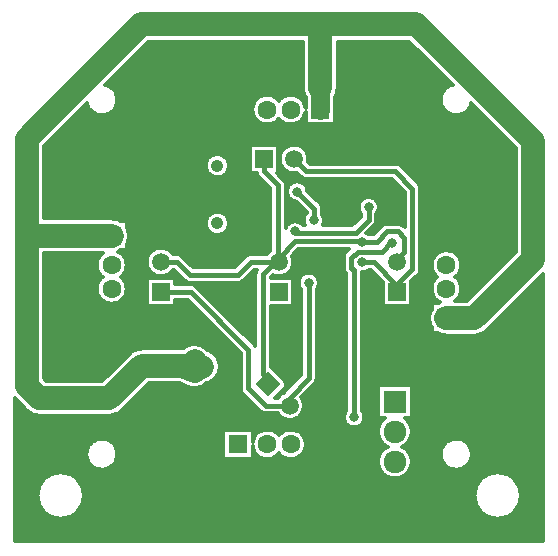
<source format=gbr>
G04 DipTrace 4.1.3.1*
G04 1 - Top.gbr*
%MOIN*%
G04 #@! TF.FileFunction,Copper,L1,Top*
G04 #@! TF.Part,Single*
%AMOUTLINE22*
4,1,4,
0.0,0.041758,
0.041758,0.0,
0.0,-0.041758,
-0.041758,0.0,
0.0,0.041758,
0*%
G04 #@! TA.AperFunction,Conductor*
%ADD16C,0.015748*%
%ADD17C,0.07874*%
%ADD19C,0.019685*%
%ADD22C,0.062992*%
G04 #@! TA.AperFunction,ViaPad*
%ADD23C,0.031496*%
G04 #@! TA.AperFunction,CopperBalancing*
%ADD24C,0.011811*%
G04 #@! TA.AperFunction,ComponentPad*
%ADD26R,0.059055X0.059055*%
%ADD27C,0.059055*%
%ADD28R,0.075591X0.075591*%
%ADD29C,0.075591*%
%ADD30R,0.062992X0.062992*%
%ADD31C,0.062992*%
%ADD32C,0.137795*%
%ADD35C,0.041339*%
%ADD84OUTLINE22*%
%FSLAX26Y26*%
G04*
G70*
G90*
G75*
G01*
G04 Top*
%LPD*%
X1673227Y1329528D2*
D16*
Y1339701D1*
X1696461Y1362934D1*
Y1410584D1*
X1675846Y1431198D1*
X1640908D1*
X1605769Y1396059D1*
X1556432D1*
X1279526Y1329528D2*
Y1344346D1*
X1333423Y1398243D1*
X1554248D1*
X1556432Y1396059D1*
X1244172Y921182D2*
Y937193D1*
X1226776Y954589D1*
Y1288837D1*
X1267466Y1329528D1*
X1279526D1*
X1185860D1*
X1142127Y1285794D1*
X982724D1*
X938991Y1329528D1*
X885827D1*
X1229528Y1673228D2*
Y1631793D1*
X1276000Y1585320D1*
Y1333054D1*
X1279526Y1329528D1*
X1538189Y1944094D2*
D19*
X1621898Y1860387D1*
X1698164Y1936654D1*
X1944089Y1690728D1*
Y1538186D1*
X1020866Y1944094D2*
X614961Y1538189D1*
X1944100Y1020864D2*
Y996736D1*
X1762081Y814718D1*
Y579508D1*
X1746769Y564196D1*
X1665789D1*
X1588954D1*
X1538189Y614961D1*
X1020866D1*
X614961Y1020866D2*
Y1035039D1*
X721654Y1141732D1*
X983714D1*
X1035475Y1089971D1*
X1111047Y1014399D1*
Y829035D1*
X1013093D1*
Y614961D1*
X1020866D1*
X1837399Y1417319D2*
D16*
X1786395D1*
X1754904Y1385828D1*
Y1032070D1*
X1766110Y1020864D1*
X1944100D1*
X1387301Y1686665D2*
X1448176D1*
X1621898Y1860387D1*
X1194213Y1548262D2*
X1087366D1*
X1000798Y1461694D1*
X1029159Y1083655D2*
D19*
X1035475Y1089971D1*
X1141732Y1837402D2*
D16*
Y1799848D1*
Y1715345D1*
X1171718Y1685360D1*
X1528875Y1566881D2*
X1402348D1*
X1366273Y1602955D1*
X1310942D1*
X1279285Y1634613D1*
Y1765370D1*
X1176210D1*
X1141732Y1799848D1*
X1395255Y1468484D2*
X1397625D1*
Y1506559D1*
X1339703Y1564479D1*
X1578476Y1512793D2*
Y1470412D1*
X1535000Y1426936D1*
X1333049D1*
Y1431272D1*
X1024379Y980593D2*
D17*
X1000202Y983873D1*
X956012D1*
X822654D1*
X713709Y874928D1*
X480277D1*
X437730Y917475D1*
Y1417323D1*
Y1739218D1*
X819948Y2121436D1*
X1417323D1*
X1737585D1*
X2125803Y1733218D1*
Y1337583D1*
X1929949Y1141728D1*
X1837404D1*
X721654Y1417323D2*
X637966D1*
X437730D1*
X1417323Y1837402D2*
D22*
Y1908268D1*
D17*
Y2121436D1*
X997946Y998140D2*
X1000202Y983873D1*
X997892Y966600D2*
X956012Y983873D1*
X637966Y1419778D2*
D22*
Y1417323D1*
X1329528Y1673228D2*
D16*
X1371010Y1631745D1*
X1666688D1*
X1724042Y1574391D1*
Y1305495D1*
X1673230Y1254682D1*
Y1229528D1*
X1557377Y1328867D2*
X1595451D1*
X1673230Y1251089D1*
Y1229528D1*
X885827D2*
X985343D1*
X1177411Y1037459D1*
Y908755D1*
X1235694Y850471D1*
X1314883D1*
Y877416D1*
X1379227Y941760D1*
Y1259654D1*
X1529459Y811707D2*
Y1301833D1*
X1520912Y1310381D1*
Y1342919D1*
X1541530Y1363537D1*
X1622302D1*
X1653354Y1394589D1*
X1655818D1*
Y1392955D1*
D23*
X1578476Y1512793D3*
X1556432Y1396059D3*
X1024379Y980593D3*
X1418951Y1916404D3*
X1952114Y1168598D3*
X1379227Y1259654D3*
X1557377Y1328867D3*
X1339703Y1564479D3*
X1395255Y1468484D3*
X1387301Y1686665D3*
X1131875Y1248709D3*
X1333049Y1431272D3*
X1029159Y1083655D3*
X1087421Y914979D3*
X1529459Y811707D3*
X1194213Y1548262D3*
X1000798Y1461694D3*
X997946Y998140D3*
X997892Y966600D3*
X1655818Y1392955D3*
X1470243Y1278478D3*
X1488967Y1246573D3*
X1175520Y1373530D3*
X1171718Y1685360D3*
X1263121Y983356D3*
X637966Y1419778D3*
X1528875Y1566881D3*
X835091Y2054331D2*
D24*
X1358815D1*
X1475827D2*
X1722442D1*
X823407Y2042651D2*
X1358815D1*
X1475827D2*
X1734126D1*
X811734Y2030971D2*
X1358815D1*
X1475827D2*
X1745799D1*
X800050Y2019291D2*
X1358815D1*
X1475827D2*
X1757483D1*
X788377Y2007612D2*
X1358815D1*
X1475827D2*
X1769167D1*
X776693Y1995932D2*
X1358815D1*
X1475827D2*
X1780840D1*
X765009Y1984252D2*
X1358815D1*
X1475827D2*
X1792524D1*
X753336Y1972572D2*
X1358815D1*
X1475827D2*
X1804197D1*
X741652Y1960892D2*
X1358815D1*
X1475827D2*
X1815881D1*
X729967Y1949213D2*
X1358815D1*
X1475827D2*
X1827564D1*
X718295Y1937533D2*
X1358815D1*
X1475827D2*
X1839238D1*
X706612Y1925853D2*
X1358815D1*
X1475827D2*
X1850921D1*
X716600Y1914173D2*
X1358815D1*
X1475827D2*
X1842455D1*
X730072Y1902493D2*
X1359114D1*
X1475538D2*
X1828983D1*
X737211Y1890814D2*
X1361537D1*
X1473105D2*
X1821844D1*
X740776Y1879134D2*
X1212446D1*
X1267865D2*
X1291190D1*
X1346609D2*
X1366693D1*
X1467949D2*
X1818280D1*
X741513Y1867454D2*
X1199713D1*
X1359343D2*
X1366693D1*
X1467949D2*
X1817542D1*
X739541Y1855774D2*
X1193068D1*
X1467949D2*
X1819514D1*
X624857Y1844094D2*
X643429D1*
X734524D2*
X1189978D1*
X1467949D2*
X1824531D1*
X1915626D2*
X1932676D1*
X613172Y1832415D2*
X652795D1*
X725157D2*
X1189781D1*
X1467949D2*
X1833898D1*
X1906260D2*
X1944360D1*
X601500Y1820735D2*
X673337D1*
X704615D2*
X1192423D1*
X1467949D2*
X1854440D1*
X1885718D2*
X1956033D1*
X589816Y1809055D2*
X1198455D1*
X1360600D2*
X1366693D1*
X1467949D2*
X1967717D1*
X578131Y1797375D2*
X1209942D1*
X1270379D2*
X1288676D1*
X1349113D2*
X1366693D1*
X1467949D2*
X1979402D1*
X566459Y1785696D2*
X1991073D1*
X554774Y1774016D2*
X2002757D1*
X543091Y1762336D2*
X2014442D1*
X531419Y1750656D2*
X2026114D1*
X519734Y1738976D2*
X2037799D1*
X508062Y1727297D2*
X2049471D1*
X496377Y1715617D2*
X1180865D1*
X1278189D2*
X1306957D1*
X1352100D2*
X2061155D1*
X496239Y1703937D2*
X1180865D1*
X1278189D2*
X1292135D1*
X1366921D2*
X2067303D1*
X496239Y1692257D2*
X1180865D1*
X1278189D2*
X1284846D1*
X1374211D2*
X2067303D1*
X496239Y1680577D2*
X1048602D1*
X1098948D2*
X1180865D1*
X1377613D2*
X2067303D1*
X496239Y1668898D2*
X1038740D1*
X1108808D2*
X1180865D1*
X1377993D2*
X2067303D1*
X496239Y1657218D2*
X1034600D1*
X1112961D2*
X1180865D1*
X1672127D2*
X2067303D1*
X496239Y1645538D2*
X1034265D1*
X1113283D2*
X1180865D1*
X1278189D2*
X1289772D1*
X1690605D2*
X2067303D1*
X496239Y1633858D2*
X1037656D1*
X1109904D2*
X1180865D1*
X1278189D2*
X1301802D1*
X1702278D2*
X2067303D1*
X496239Y1622178D2*
X1046134D1*
X1101415D2*
X1204371D1*
X1276850D2*
X1342874D1*
X1713962D2*
X2067303D1*
X496239Y1610499D2*
X1213114D1*
X1288524D2*
X1355147D1*
X1725635D2*
X2067303D1*
X496239Y1598819D2*
X1224799D1*
X1299203D2*
X1661911D1*
X1737319D2*
X2067303D1*
X496239Y1587139D2*
X1236471D1*
X1302941D2*
X1313577D1*
X1365825D2*
X1673583D1*
X1747688D2*
X2067303D1*
X496239Y1575459D2*
X1248156D1*
X1372745D2*
X1685268D1*
X1751033D2*
X2067303D1*
X496239Y1563780D2*
X1248997D1*
X1378109D2*
X1696951D1*
X1751045D2*
X2067303D1*
X496239Y1552100D2*
X1248997D1*
X1389794D2*
X1697033D1*
X1751045D2*
X2067303D1*
X496239Y1540420D2*
X1248997D1*
X1303010D2*
X1314928D1*
X1401466D2*
X1557999D1*
X1598954D2*
X1697033D1*
X1751045D2*
X2067303D1*
X496239Y1528740D2*
X1248997D1*
X1303010D2*
X1337741D1*
X1413150D2*
X1547606D1*
X1609346D2*
X1697033D1*
X1751045D2*
X2067303D1*
X496239Y1517060D2*
X1248997D1*
X1303010D2*
X1349415D1*
X1422400D2*
X1543870D1*
X1613084D2*
X1697033D1*
X1751045D2*
X2067303D1*
X496239Y1505381D2*
X1248997D1*
X1303010D2*
X1361098D1*
X1424638D2*
X1544423D1*
X1612530D2*
X1697033D1*
X1751045D2*
X2067303D1*
X496239Y1493701D2*
X1057427D1*
X1090135D2*
X1248997D1*
X1303010D2*
X1370614D1*
X1424638D2*
X1549521D1*
X1607432D2*
X1697033D1*
X1751045D2*
X2067303D1*
X496239Y1482021D2*
X1042213D1*
X1105348D2*
X1248997D1*
X1303010D2*
X1363210D1*
X1427303D2*
X1551471D1*
X1605483D2*
X1697033D1*
X1751045D2*
X2067303D1*
X744627Y1470341D2*
X1035938D1*
X1111623D2*
X1248997D1*
X1303010D2*
X1360429D1*
X1430083D2*
X1540698D1*
X1605483D2*
X1697033D1*
X1751045D2*
X2067303D1*
X772287Y1458661D2*
X1033978D1*
X1113584D2*
X1248997D1*
X1303010D2*
X1312228D1*
X1353865D2*
X1361837D1*
X1428675D2*
X1529025D1*
X1602657D2*
X1697033D1*
X1751045D2*
X2067303D1*
X772287Y1446982D2*
X1035638D1*
X1111923D2*
X1248997D1*
X1592749D2*
X1618980D1*
X1751045D2*
X2067303D1*
X777269Y1435302D2*
X1041486D1*
X1106075D2*
X1248997D1*
X1581076D2*
X1607307D1*
X1751045D2*
X2067303D1*
X779807Y1423622D2*
X1055361D1*
X1092199D2*
X1248997D1*
X1577005D2*
X1595623D1*
X1751045D2*
X2067303D1*
X779899Y1411942D2*
X1248997D1*
X1751045D2*
X2067303D1*
X777558Y1400262D2*
X1248997D1*
X1751045D2*
X2067303D1*
X772437Y1388583D2*
X1248997D1*
X1751045D2*
X2067303D1*
X772287Y1376903D2*
X881495D1*
X890167D2*
X1248997D1*
X1751045D2*
X2067303D1*
X746739Y1365223D2*
X853340D1*
X918322D2*
X1247037D1*
X1338109D2*
X1505507D1*
X1751045D2*
X1818937D1*
X1855867D2*
X2067303D1*
X496239Y1353543D2*
X685194D1*
X758123D2*
X843686D1*
X949672D2*
X1175178D1*
X1326424D2*
X1496188D1*
X1751045D2*
X1800944D1*
X1873861D2*
X2059517D1*
X496239Y1341864D2*
X676682D1*
X766623D2*
X838795D1*
X964366D2*
X1160484D1*
X1326563D2*
X1493903D1*
X1751045D2*
X1792432D1*
X1882373D2*
X2047833D1*
X496239Y1330184D2*
X672333D1*
X770983D2*
X837169D1*
X976038D2*
X1148811D1*
X1328189D2*
X1493903D1*
X1751045D2*
X1788072D1*
X1886722D2*
X2036161D1*
X496239Y1318504D2*
X671030D1*
X772287D2*
X838461D1*
X987723D2*
X1137127D1*
X1326886D2*
X1493903D1*
X1751045D2*
X1786768D1*
X1888025D2*
X2024476D1*
X496239Y1306824D2*
X672518D1*
X770787D2*
X842948D1*
X1322411D2*
X1494146D1*
X1751045D2*
X1788268D1*
X1886537D2*
X2012793D1*
X496239Y1295144D2*
X677097D1*
X766209D2*
X851898D1*
X919752D2*
X935671D1*
X1189178D2*
X1200554D1*
X1313449D2*
X1498874D1*
X1556463D2*
X1591471D1*
X1748887D2*
X1792846D1*
X1881958D2*
X2001119D1*
X496239Y1283465D2*
X685979D1*
X757327D2*
X873133D1*
X898517D2*
X947344D1*
X1177507D2*
X1199770D1*
X1259110D2*
X1266829D1*
X1292226D2*
X1354201D1*
X1404257D2*
X1502450D1*
X1556463D2*
X1603144D1*
X1739718D2*
X1801728D1*
X1873076D2*
X1989436D1*
X496239Y1271785D2*
X682461D1*
X760845D2*
X837169D1*
X934492D2*
X959028D1*
X1165823D2*
X1199770D1*
X1328189D2*
X1346600D1*
X1411846D2*
X1502450D1*
X1556463D2*
X1614828D1*
X1728034D2*
X1798210D1*
X1876594D2*
X1977752D1*
X2142251D2*
X2158262D1*
X496239Y1260105D2*
X675228D1*
X768077D2*
X837169D1*
X934492D2*
X978878D1*
X1145972D2*
X1199770D1*
X1328189D2*
X1344350D1*
X1414108D2*
X1502450D1*
X1556463D2*
X1624563D1*
X1721886D2*
X1790978D1*
X1883827D2*
X1966079D1*
X2130577D2*
X2158262D1*
X496239Y1248425D2*
X671722D1*
X771583D2*
X837169D1*
X1004125D2*
X1199770D1*
X1328189D2*
X1346265D1*
X1412181D2*
X1502450D1*
X1556463D2*
X1624563D1*
X1721886D2*
X1787472D1*
X1887333D2*
X1954395D1*
X2118894D2*
X2158262D1*
X496239Y1236745D2*
X671146D1*
X772160D2*
X837169D1*
X1015832D2*
X1199770D1*
X1328189D2*
X1352218D1*
X1406230D2*
X1502450D1*
X1556463D2*
X1624563D1*
X1721886D2*
X1786895D1*
X1887909D2*
X1942722D1*
X2107209D2*
X2158262D1*
X496239Y1225066D2*
X673383D1*
X769923D2*
X837169D1*
X1027516D2*
X1199770D1*
X1328189D2*
X1352218D1*
X1406230D2*
X1502450D1*
X1556463D2*
X1624563D1*
X1721886D2*
X1789133D1*
X1885672D2*
X1931038D1*
X2095537D2*
X2158262D1*
X496239Y1213386D2*
X678896D1*
X764409D2*
X837169D1*
X1039188D2*
X1199770D1*
X1328189D2*
X1352218D1*
X1406230D2*
X1502450D1*
X1556463D2*
X1624563D1*
X1721886D2*
X1794646D1*
X1880159D2*
X1919354D1*
X2083853D2*
X2158262D1*
X496239Y1201706D2*
X689381D1*
X753924D2*
X837169D1*
X934492D2*
X975453D1*
X1050873D2*
X1199770D1*
X1328189D2*
X1352218D1*
X1406230D2*
X1502450D1*
X1556463D2*
X1624563D1*
X1721886D2*
X1805119D1*
X1869685D2*
X1907681D1*
X2072180D2*
X2158262D1*
X496239Y1190026D2*
X837169D1*
X934492D2*
X987136D1*
X1062545D2*
X1199770D1*
X1328189D2*
X1352218D1*
X1406230D2*
X1502450D1*
X1556463D2*
X1624563D1*
X1721886D2*
X1786780D1*
X2060496D2*
X2158262D1*
X496239Y1178346D2*
X998820D1*
X1074230D2*
X1199770D1*
X1253782D2*
X1352218D1*
X1406230D2*
X1502450D1*
X1556463D2*
X1786780D1*
X2048811D2*
X2158262D1*
X496239Y1166667D2*
X1010493D1*
X1085913D2*
X1199770D1*
X1253782D2*
X1352218D1*
X1406230D2*
X1502450D1*
X1556463D2*
X1784612D1*
X2037139D2*
X2158262D1*
X496239Y1154987D2*
X1022177D1*
X1097585D2*
X1199770D1*
X1253782D2*
X1352218D1*
X1406230D2*
X1502450D1*
X1556463D2*
X1780459D1*
X2025455D2*
X2158262D1*
X496239Y1143307D2*
X1033862D1*
X1109270D2*
X1199770D1*
X1253782D2*
X1352218D1*
X1406230D2*
X1502450D1*
X1556463D2*
X1778925D1*
X2013770D2*
X2158262D1*
X496239Y1131627D2*
X1045534D1*
X1120954D2*
X1199770D1*
X1253782D2*
X1352218D1*
X1406230D2*
X1502450D1*
X1556463D2*
X1779802D1*
X2002098D2*
X2158262D1*
X496239Y1119948D2*
X1057218D1*
X1132627D2*
X1199770D1*
X1253782D2*
X1352218D1*
X1406230D2*
X1502450D1*
X1556463D2*
X1783205D1*
X1990413D2*
X2158262D1*
X496239Y1108268D2*
X1068891D1*
X1144311D2*
X1199770D1*
X1253782D2*
X1352218D1*
X1406230D2*
X1502450D1*
X1556463D2*
X1786780D1*
X1978741D2*
X2158262D1*
X496239Y1096588D2*
X1080575D1*
X1155983D2*
X1199770D1*
X1253782D2*
X1352218D1*
X1406230D2*
X1502450D1*
X1556463D2*
X1786780D1*
X1966458D2*
X2158262D1*
X496239Y1084908D2*
X1092260D1*
X1167668D2*
X1199770D1*
X1253782D2*
X1352218D1*
X1406230D2*
X1502450D1*
X1556463D2*
X1828650D1*
X1938706D2*
X2158262D1*
X496239Y1073228D2*
X1103932D1*
X1179352D2*
X1199770D1*
X1253782D2*
X1352218D1*
X1406230D2*
X1502450D1*
X1556463D2*
X2158262D1*
X496239Y1061549D2*
X1115617D1*
X1191025D2*
X1199770D1*
X1253782D2*
X1352218D1*
X1406230D2*
X1502450D1*
X1556463D2*
X2158262D1*
X496239Y1049869D2*
X972062D1*
X1023824D2*
X1127301D1*
X1253782D2*
X1352218D1*
X1406230D2*
X1502450D1*
X1556463D2*
X2158262D1*
X496239Y1038189D2*
X803155D1*
X1040146D2*
X1138972D1*
X1253782D2*
X1352218D1*
X1406230D2*
X1502450D1*
X1556463D2*
X2158262D1*
X496239Y1026509D2*
X783155D1*
X1059881D2*
X1150403D1*
X1253782D2*
X1352218D1*
X1406230D2*
X1502450D1*
X1556463D2*
X2158262D1*
X496239Y1014829D2*
X771366D1*
X1071542D2*
X1150403D1*
X1253782D2*
X1352218D1*
X1406230D2*
X1502450D1*
X1556463D2*
X2158262D1*
X496239Y1003150D2*
X759682D1*
X1078255D2*
X1150403D1*
X1253782D2*
X1352218D1*
X1406230D2*
X1502450D1*
X1556463D2*
X2158262D1*
X496239Y991470D2*
X747999D1*
X1081841D2*
X1150403D1*
X1253782D2*
X1352218D1*
X1406230D2*
X1502450D1*
X1556463D2*
X2158262D1*
X496239Y979790D2*
X736325D1*
X1082879D2*
X1150403D1*
X1253782D2*
X1352218D1*
X1406230D2*
X1502450D1*
X1556463D2*
X2158262D1*
X496239Y968110D2*
X724642D1*
X1081507D2*
X1150403D1*
X1265570D2*
X1352218D1*
X1406230D2*
X1502450D1*
X1556463D2*
X2158262D1*
X496239Y956430D2*
X712969D1*
X1077539D2*
X1150403D1*
X1277255D2*
X1352218D1*
X1406230D2*
X1502450D1*
X1556463D2*
X2158262D1*
X496239Y944751D2*
X701285D1*
X1070297D2*
X1150403D1*
X1288927D2*
X1344512D1*
X1406230D2*
X1502450D1*
X1556463D2*
X2158262D1*
X504382Y933071D2*
X689600D1*
X1057619D2*
X1150403D1*
X1300564D2*
X1332828D1*
X1404730D2*
X1502450D1*
X1556463D2*
X2158262D1*
X842415Y921391D2*
X955983D1*
X1034320D2*
X1150403D1*
X1305063D2*
X1321156D1*
X1396564D2*
X1502450D1*
X1556463D2*
X2158262D1*
X830741Y909711D2*
X989663D1*
X1006119D2*
X1150403D1*
X1300923D2*
X1309471D1*
X1384879D2*
X1502450D1*
X1556463D2*
X1608853D1*
X1722705D2*
X2158262D1*
X819058Y898031D2*
X1152734D1*
X1289353D2*
X1297787D1*
X1373207D2*
X1502450D1*
X1556463D2*
X1608853D1*
X1722705D2*
X2158262D1*
X807386Y886352D2*
X1162110D1*
X1361524D2*
X1502450D1*
X1556463D2*
X1608853D1*
X1722705D2*
X2158262D1*
X795701Y874672D2*
X1173783D1*
X1356909D2*
X1502450D1*
X1556463D2*
X1608853D1*
X1722705D2*
X2158262D1*
X400793Y862992D2*
X409965D1*
X784017D2*
X1185467D1*
X1361869D2*
X1502450D1*
X1556463D2*
X1608853D1*
X1722705D2*
X2158262D1*
X400793Y851312D2*
X421650D1*
X772344D2*
X1197151D1*
X1363542D2*
X1502450D1*
X1556463D2*
X1608853D1*
X1722705D2*
X2158262D1*
X400793Y839633D2*
X433322D1*
X760660D2*
X1208824D1*
X1362295D2*
X1502450D1*
X1556463D2*
X1608853D1*
X1722705D2*
X2158262D1*
X400793Y827953D2*
X446240D1*
X747741D2*
X1221869D1*
X1357866D2*
X1498748D1*
X1560165D2*
X1608853D1*
X1722705D2*
X2158262D1*
X400793Y816273D2*
X1280762D1*
X1348997D2*
X1494883D1*
X1564029D2*
X1608853D1*
X1722705D2*
X2158262D1*
X400793Y804593D2*
X1301467D1*
X1328293D2*
X1495333D1*
X1563579D2*
X1626189D1*
X1705381D2*
X2158262D1*
X400793Y792913D2*
X1500304D1*
X1558619D2*
X1616823D1*
X1714747D2*
X2158262D1*
X400793Y781234D2*
X1513892D1*
X1545033D2*
X1611517D1*
X1720041D2*
X2158262D1*
X400793Y769554D2*
X1091106D1*
X1192362D2*
X1226702D1*
X1253621D2*
X1305434D1*
X1332353D2*
X1609108D1*
X1722451D2*
X2158262D1*
X400793Y757874D2*
X1091106D1*
X1192362D2*
X1205318D1*
X1275005D2*
X1284050D1*
X1353738D2*
X1609211D1*
X1722348D2*
X2158262D1*
X400793Y746194D2*
X1091106D1*
X1363010D2*
X1611841D1*
X1719730D2*
X2158262D1*
X400793Y734514D2*
X663925D1*
X714028D2*
X1091106D1*
X1367820D2*
X1617412D1*
X1714159D2*
X1845028D1*
X1895130D2*
X2158262D1*
X400793Y722835D2*
X649104D1*
X728849D2*
X1091106D1*
X1369516D2*
X1627227D1*
X1704343D2*
X1830206D1*
X1909951D2*
X2158262D1*
X400793Y711155D2*
X641411D1*
X736542D2*
X1091106D1*
X1368398D2*
X1634563D1*
X1697007D2*
X1822513D1*
X1917644D2*
X2158262D1*
X400793Y699475D2*
X637466D1*
X740487D2*
X1091106D1*
X1364280D2*
X1621437D1*
X1710133D2*
X1818568D1*
X1921589D2*
X2158262D1*
X400793Y687795D2*
X636394D1*
X741559D2*
X1091106D1*
X1192362D2*
X1202942D1*
X1356113D2*
X1614101D1*
X1717469D2*
X1817496D1*
X1922661D2*
X2158262D1*
X400793Y676115D2*
X638008D1*
X739945D2*
X1091106D1*
X1192362D2*
X1219701D1*
X1260610D2*
X1298445D1*
X1339354D2*
X1610146D1*
X1721425D2*
X1819110D1*
X1921047D2*
X2158262D1*
X400793Y664436D2*
X642610D1*
X735343D2*
X1608853D1*
X1722717D2*
X1823713D1*
X1916445D2*
X2158262D1*
X400793Y652756D2*
X651307D1*
X726646D2*
X1610041D1*
X1721529D2*
X1832409D1*
X1907748D2*
X2158262D1*
X400793Y641076D2*
X669104D1*
X708849D2*
X1613882D1*
X1717699D2*
X1850206D1*
X1889951D2*
X2158262D1*
X400793Y629396D2*
X1621056D1*
X1710525D2*
X2158262D1*
X400793Y617717D2*
X511224D1*
X591131D2*
X1633825D1*
X1697745D2*
X1967924D1*
X2047831D2*
X2158262D1*
X400793Y606037D2*
X495953D1*
X606413D2*
X1952642D1*
X2063102D2*
X2158262D1*
X400793Y594357D2*
X486230D1*
X616125D2*
X1942930D1*
X2072825D2*
X2158262D1*
X400793Y582677D2*
X479724D1*
X622630D2*
X1936425D1*
X2079331D2*
X2158262D1*
X400793Y570997D2*
X475583D1*
X626772D2*
X1932283D1*
X2083472D2*
X2158262D1*
X400793Y559318D2*
X473427D1*
X628940D2*
X1930115D1*
X2085629D2*
X2158262D1*
X400793Y547638D2*
X473068D1*
X629286D2*
X1929769D1*
X2085987D2*
X2158262D1*
X400793Y535958D2*
X474510D1*
X627856D2*
X1931199D1*
X2084545D2*
X2158262D1*
X400793Y524278D2*
X477844D1*
X624522D2*
X1934533D1*
X2081211D2*
X2158262D1*
X400793Y512598D2*
X483357D1*
X619009D2*
X1940046D1*
X2075698D2*
X2158262D1*
X400793Y500919D2*
X491661D1*
X610705D2*
X1948350D1*
X2067394D2*
X2158262D1*
X400793Y489239D2*
X504245D1*
X598121D2*
X1960934D1*
X2054810D2*
X2158262D1*
X400793Y477559D2*
X527417D1*
X574948D2*
X1984108D1*
X2031638D2*
X2158262D1*
X400793Y465879D2*
X2158262D1*
X400793Y454199D2*
X2158262D1*
X400793Y442520D2*
X2158262D1*
X400793Y430840D2*
X2158262D1*
X400793Y419160D2*
X2158262D1*
X400793Y407480D2*
X2158262D1*
X2084656Y545281D2*
X2083979Y539421D1*
X2082856Y533630D1*
X2081291Y527942D1*
X2079297Y522390D1*
X2076883Y517007D1*
X2074066Y511824D1*
X2070858Y506873D1*
X2067282Y502181D1*
X2063357Y497778D1*
X2059106Y493688D1*
X2054554Y489934D1*
X2049728Y486541D1*
X2044657Y483526D1*
X2039371Y480909D1*
X2033899Y478705D1*
X2028276Y476925D1*
X2022531Y475581D1*
X2016701Y474681D1*
X2010819Y474230D1*
X2004920D1*
X1999038Y474682D1*
X1993207Y475583D1*
X1987463Y476928D1*
X1981840Y478707D1*
X1976367Y480913D1*
X1971081Y483531D1*
X1966010Y486546D1*
X1961186Y489940D1*
X1956635Y493694D1*
X1952385Y497785D1*
X1948461Y502189D1*
X1944885Y506881D1*
X1941678Y511833D1*
X1938860Y517016D1*
X1936448Y522399D1*
X1934454Y527951D1*
X1932891Y533639D1*
X1931768Y539430D1*
X1931092Y545291D1*
X1930866Y551186D1*
X1931092Y557081D1*
X1931769Y562941D1*
X1932892Y568732D1*
X1934457Y574420D1*
X1936451Y579972D1*
X1938865Y585356D1*
X1941682Y590538D1*
X1944890Y595490D1*
X1948466Y600181D1*
X1952391Y604584D1*
X1956642Y608675D1*
X1961194Y612428D1*
X1966020Y615822D1*
X1971091Y618836D1*
X1976377Y621453D1*
X1981849Y623657D1*
X1987472Y625437D1*
X1993217Y626781D1*
X1999047Y627681D1*
X2004929Y628133D1*
X2010828D1*
X2016710Y627680D1*
X2022541Y626780D1*
X2028285Y625434D1*
X2033908Y623655D1*
X2039381Y621449D1*
X2044667Y618831D1*
X2049738Y615816D1*
X2054562Y612423D1*
X2059113Y608668D1*
X2063364Y604577D1*
X2067287Y600173D1*
X2070864Y595482D1*
X2074070Y590529D1*
X2076888Y585346D1*
X2079301Y579963D1*
X2081294Y574411D1*
X2082857Y568723D1*
X2083980Y562932D1*
X2084656Y557071D1*
X2084882Y551181D1*
X2084656Y545281D1*
X627963D2*
X627286Y539421D1*
X626163Y533630D1*
X624598Y527942D1*
X622604Y522390D1*
X620190Y517007D1*
X617373Y511824D1*
X614165Y506873D1*
X610589Y502181D1*
X606664Y497778D1*
X602413Y493688D1*
X597861Y489934D1*
X593035Y486541D1*
X587965Y483526D1*
X582678Y480909D1*
X577206Y478705D1*
X571583Y476925D1*
X565839Y475581D1*
X560008Y474681D1*
X554126Y474230D1*
X548227D1*
X542345Y474682D1*
X536514Y475583D1*
X530770Y476928D1*
X525147Y478707D1*
X519675Y480913D1*
X514388Y483531D1*
X509318Y486546D1*
X504493Y489940D1*
X499942Y493694D1*
X495692Y497785D1*
X491768Y502189D1*
X488192Y506881D1*
X484986Y511833D1*
X482167Y517016D1*
X479755Y522399D1*
X477761Y527951D1*
X476198Y533639D1*
X475075Y539430D1*
X474399Y545291D1*
X474173Y551186D1*
X474399Y557081D1*
X475076Y562941D1*
X476199Y568732D1*
X477764Y574420D1*
X479759Y579972D1*
X482172Y585356D1*
X484990Y590538D1*
X488197Y595490D1*
X491773Y600181D1*
X495698Y604584D1*
X499949Y608675D1*
X504501Y612428D1*
X509327Y615822D1*
X514398Y618836D1*
X519684Y621453D1*
X525156Y623657D1*
X530780Y625437D1*
X536524Y626781D1*
X542354Y627681D1*
X548236Y628133D1*
X554135D1*
X560017Y627680D1*
X565848Y626780D1*
X571592Y625434D1*
X577215Y623655D1*
X582688Y621449D1*
X587974Y618831D1*
X593045Y615816D1*
X597869Y612423D1*
X602420Y608668D1*
X606671Y604577D1*
X610594Y600173D1*
X614171Y595482D1*
X617377Y590529D1*
X620196Y585346D1*
X622608Y579963D1*
X624601Y574411D1*
X626164Y568723D1*
X627287Y562932D1*
X627963Y557071D1*
X628189Y551181D1*
X627963Y545281D1*
X740055Y683084D2*
X739050Y677299D1*
X737392Y671668D1*
X735104Y666261D1*
X732214Y661151D1*
X728761Y656404D1*
X724789Y652081D1*
X720349Y648240D1*
X715501Y644929D1*
X710307Y642193D1*
X704835Y640066D1*
X699156Y638577D1*
X693345Y637745D1*
X687476Y637581D1*
X681627Y638087D1*
X675874Y639256D1*
X670293Y641073D1*
X664954Y643516D1*
X659928Y646551D1*
X655281Y650139D1*
X651073Y654232D1*
X647361Y658780D1*
X644189Y663720D1*
X641602Y668991D1*
X639633Y674521D1*
X638307Y680240D1*
X637642Y686072D1*
X637644Y691944D1*
X638318Y697776D1*
X639651Y703492D1*
X641627Y709021D1*
X644220Y714287D1*
X647398Y719224D1*
X651117Y723766D1*
X655329Y727856D1*
X659980Y731438D1*
X665009Y734466D1*
X670352Y736902D1*
X675936Y738713D1*
X681690Y739875D1*
X687539Y740374D1*
X693408Y740202D1*
X699218Y739364D1*
X704895Y737867D1*
X710365Y735734D1*
X715555Y732991D1*
X720399Y729675D1*
X724833Y725827D1*
X728801Y721500D1*
X732248Y716748D1*
X735133Y711634D1*
X737415Y706226D1*
X739064Y700592D1*
X740062Y694806D1*
X740394Y688976D1*
X740055Y683084D1*
X1921157D2*
X1920152Y677299D1*
X1918495Y671668D1*
X1916206Y666261D1*
X1913316Y661151D1*
X1909864Y656404D1*
X1905891Y652081D1*
X1901451Y648240D1*
X1896604Y644929D1*
X1891409Y642193D1*
X1885937Y640066D1*
X1880259Y638577D1*
X1874448Y637745D1*
X1868579Y637581D1*
X1862730Y638087D1*
X1856976Y639256D1*
X1851395Y641073D1*
X1846056Y643516D1*
X1841030Y646551D1*
X1836383Y650139D1*
X1832176Y654232D1*
X1828463Y658780D1*
X1825291Y663720D1*
X1822705Y668991D1*
X1820735Y674521D1*
X1819409Y680240D1*
X1818744Y686072D1*
X1818747Y691944D1*
X1819420Y697776D1*
X1820753Y703492D1*
X1822730Y709021D1*
X1825323Y714287D1*
X1828500Y719224D1*
X1832219Y723766D1*
X1836432Y727856D1*
X1841083Y731438D1*
X1846112Y734466D1*
X1851454Y736902D1*
X1857038Y738713D1*
X1862793Y739875D1*
X1868642Y740374D1*
X1874510Y740202D1*
X1880320Y739364D1*
X1885997Y737867D1*
X1891467Y735734D1*
X1896657Y732991D1*
X1901501Y729675D1*
X1905936Y725827D1*
X1909903Y721500D1*
X1913350Y716748D1*
X1916235Y711634D1*
X1918517Y706226D1*
X1920167Y700592D1*
X1921164Y694806D1*
X1921496Y688976D1*
X1921157Y683084D1*
X1615938Y919944D2*
X1721529D1*
Y808448D1*
X1699689D1*
X1702471Y806171D1*
X1706724Y802033D1*
X1710514Y797467D1*
X1713798Y792524D1*
X1716537Y787260D1*
X1718701Y781734D1*
X1720265Y776010D1*
X1721213Y770152D1*
X1721531Y764196D1*
X1721219Y758301D1*
X1720278Y752442D1*
X1718720Y746717D1*
X1716563Y741188D1*
X1713829Y735921D1*
X1710551Y730974D1*
X1706766Y726404D1*
X1702518Y722261D1*
X1697853Y718594D1*
X1692824Y715444D1*
X1690349Y714239D1*
X1692772Y712976D1*
X1697803Y709832D1*
X1702474Y706171D1*
X1706727Y702033D1*
X1710517Y697467D1*
X1713801Y692524D1*
X1716539Y687260D1*
X1718703Y681734D1*
X1720268Y676010D1*
X1721215Y670152D1*
X1721534Y664196D1*
X1721222Y658301D1*
X1720281Y652442D1*
X1718723Y646717D1*
X1716566Y641188D1*
X1713832Y635921D1*
X1710554Y630974D1*
X1706769Y626404D1*
X1702521Y622261D1*
X1697856Y618594D1*
X1692827Y615444D1*
X1687491Y612846D1*
X1681911Y610829D1*
X1676147Y609419D1*
X1670265Y608627D1*
X1664333Y608466D1*
X1658419Y608937D1*
X1652587Y610033D1*
X1646904Y611743D1*
X1641436Y614047D1*
X1636243Y616919D1*
X1631385Y620327D1*
X1626917Y624232D1*
X1622890Y628591D1*
X1619348Y633352D1*
X1616332Y638462D1*
X1613878Y643865D1*
X1612010Y649497D1*
X1610753Y655297D1*
X1610118Y661197D1*
X1610115Y667131D1*
X1610743Y673031D1*
X1611993Y678832D1*
X1613854Y684467D1*
X1616303Y689873D1*
X1619314Y694987D1*
X1622849Y699752D1*
X1626871Y704114D1*
X1631336Y708025D1*
X1636189Y711438D1*
X1641140Y714184D1*
X1636240Y716919D1*
X1631382Y720327D1*
X1626915Y724232D1*
X1622887Y728591D1*
X1619345Y733352D1*
X1616329Y738462D1*
X1613875Y743865D1*
X1612008Y749497D1*
X1610751Y755297D1*
X1610117Y761197D1*
X1610113Y767131D1*
X1610740Y773031D1*
X1611991Y778832D1*
X1613852Y784467D1*
X1616301Y789873D1*
X1619311Y794987D1*
X1622846Y799752D1*
X1626870Y804114D1*
X1631333Y808025D1*
X1631936Y808448D1*
X1610033D1*
Y919944D1*
X1615938D1*
X1098189Y771102D2*
X1191181D1*
Y728478D1*
X1191333Y729492D1*
X1191535Y730656D1*
X1191764Y731815D1*
X1192021Y732967D1*
X1192304Y734114D1*
X1192615Y735253D1*
X1192954Y736385D1*
X1193319Y737508D1*
X1193711Y738622D1*
X1194130Y739727D1*
X1194575Y740822D1*
X1195046Y741904D1*
X1195542Y742976D1*
X1196064Y744035D1*
X1196612Y745081D1*
X1199688Y750068D1*
X1203332Y754655D1*
X1207493Y758778D1*
X1212114Y762382D1*
X1217129Y765412D1*
X1222465Y767829D1*
X1228051Y769597D1*
X1233806Y770693D1*
X1239651Y771100D1*
X1245503Y770812D1*
X1251280Y769836D1*
X1256900Y768182D1*
X1262285Y765875D1*
X1267360Y762948D1*
X1272054Y759441D1*
X1276298Y755403D1*
X1279500Y751539D1*
X1283448Y756129D1*
X1287774Y760079D1*
X1292537Y763491D1*
X1297671Y766315D1*
X1303102Y768512D1*
X1308755Y770051D1*
X1314550Y770911D1*
X1320407Y771079D1*
X1326241Y770554D1*
X1331974Y769343D1*
X1337522Y767461D1*
X1342810Y764937D1*
X1347760Y761804D1*
X1352307Y758109D1*
X1356385Y753902D1*
X1359934Y749241D1*
X1362909Y744194D1*
X1365266Y738831D1*
X1366974Y733226D1*
X1368004Y727459D1*
X1368346Y721654D1*
X1367995Y715762D1*
X1366953Y709996D1*
X1365236Y704395D1*
X1362870Y699035D1*
X1359887Y693993D1*
X1356327Y689340D1*
X1352243Y685139D1*
X1347690Y681451D1*
X1342734Y678328D1*
X1337442Y675814D1*
X1331890Y673942D1*
X1326156Y672740D1*
X1320320Y672226D1*
X1314463Y672404D1*
X1308669Y673274D1*
X1303020Y674823D1*
X1297592Y677030D1*
X1292465Y679864D1*
X1287707Y683282D1*
X1283387Y687241D1*
X1279531Y691735D1*
X1277587Y689340D1*
X1273503Y685139D1*
X1268950Y681451D1*
X1263993Y678328D1*
X1258702Y675814D1*
X1253150Y673942D1*
X1247416Y672740D1*
X1241580Y672226D1*
X1235723Y672404D1*
X1229929Y673274D1*
X1224280Y674823D1*
X1218852Y677030D1*
X1213724Y679864D1*
X1208967Y683282D1*
X1204647Y687241D1*
X1200827Y691682D1*
X1197558Y696545D1*
X1194887Y701760D1*
X1194425Y702846D1*
X1193988Y703944D1*
X1193579Y705051D1*
X1193196Y706168D1*
X1192840Y707294D1*
X1192510Y708429D1*
X1192207Y709571D1*
X1191933Y710719D1*
X1191685Y711874D1*
X1191466Y713034D1*
X1191181Y714857D1*
Y672205D1*
X1092283D1*
Y771102D1*
X1098189D1*
X1111950Y1452302D2*
X1110605Y1446543D1*
X1108396Y1441058D1*
X1105377Y1435975D1*
X1101615Y1431412D1*
X1097203Y1427476D1*
X1092241Y1424260D1*
X1086846Y1421840D1*
X1081144Y1420270D1*
X1075272Y1419591D1*
X1069362Y1419815D1*
X1063558Y1420938D1*
X1057992Y1422936D1*
X1052797Y1425759D1*
X1048092Y1429341D1*
X1043991Y1433601D1*
X1040587Y1438436D1*
X1037962Y1443734D1*
X1036176Y1449370D1*
X1035270Y1455214D1*
X1035269Y1461127D1*
X1036169Y1466971D1*
X1037951Y1472609D1*
X1040573Y1477909D1*
X1043974Y1482747D1*
X1048072Y1487008D1*
X1052774Y1490594D1*
X1057967Y1493421D1*
X1063531Y1495421D1*
X1069336Y1496550D1*
X1075245Y1496778D1*
X1081119Y1496102D1*
X1086822Y1494537D1*
X1092218Y1492119D1*
X1097182Y1488908D1*
X1101597Y1484975D1*
X1105361Y1480415D1*
X1108385Y1475333D1*
X1110597Y1469849D1*
X1111946Y1464092D1*
X1112400Y1458184D1*
X1111950Y1452302D1*
X1111946Y1644428D2*
X1110601Y1638669D1*
X1108392Y1633184D1*
X1105373Y1628101D1*
X1101613Y1623538D1*
X1097199Y1619602D1*
X1092238Y1616386D1*
X1086843Y1613966D1*
X1081142Y1612396D1*
X1075268Y1611717D1*
X1069360Y1611941D1*
X1063554Y1613064D1*
X1057988Y1615062D1*
X1052793Y1617885D1*
X1048089Y1621467D1*
X1043987Y1625727D1*
X1040584Y1630562D1*
X1037958Y1635860D1*
X1036172Y1641496D1*
X1035268Y1647340D1*
X1035265Y1653253D1*
X1036165Y1659097D1*
X1037948Y1664735D1*
X1040570Y1670035D1*
X1043970Y1674873D1*
X1048070Y1679134D1*
X1052770Y1682720D1*
X1057965Y1685547D1*
X1063529Y1687547D1*
X1069332Y1688676D1*
X1075241Y1688904D1*
X1081115Y1688228D1*
X1086818Y1686663D1*
X1092214Y1684245D1*
X1097178Y1681034D1*
X1101594Y1677101D1*
X1105358Y1672541D1*
X1108381Y1667459D1*
X1110593Y1661975D1*
X1111942Y1656218D1*
X1112398Y1650310D1*
X1111946Y1644428D1*
X822681Y1041196D2*
X960104D1*
X961133Y1042080D1*
X965846Y1045633D1*
X970900Y1048682D1*
X976241Y1051196D1*
X981812Y1053146D1*
X987555Y1054513D1*
X993408Y1055283D1*
X999308Y1055448D1*
X1005194Y1055003D1*
X1011004Y1053957D1*
X1016675Y1052318D1*
X1022147Y1050104D1*
X1027362Y1047340D1*
X1032266Y1044054D1*
X1036806Y1040281D1*
X1040933Y1036062D1*
X1041554Y1035281D1*
X1041714Y1035163D1*
X1043542Y1034618D1*
X1048997Y1032361D1*
X1054190Y1029555D1*
X1059067Y1026230D1*
X1063576Y1022420D1*
X1067671Y1018167D1*
X1071304Y1013516D1*
X1074442Y1008516D1*
X1077047Y1003219D1*
X1079096Y997682D1*
X1080563Y991966D1*
X1081434Y986127D1*
X1081701Y980230D1*
X1081360Y974337D1*
X1080415Y968510D1*
X1078874Y962812D1*
X1076757Y957302D1*
X1074084Y952039D1*
X1070885Y947079D1*
X1067190Y942474D1*
X1063043Y938273D1*
X1058487Y934521D1*
X1053568Y931259D1*
X1048339Y928518D1*
X1042857Y926329D1*
X1037178Y924718D1*
X1036991Y924685D1*
X1034379Y922388D1*
X1029639Y918871D1*
X1024563Y915860D1*
X1019203Y913386D1*
X1013618Y911476D1*
X1007865Y910151D1*
X1002007Y909425D1*
X996105Y909304D1*
X990223Y909793D1*
X984421Y910882D1*
X978762Y912563D1*
X976037Y913608D1*
X944651Y926551D1*
X846399Y926550D1*
X753699Y833858D1*
X749264Y829963D1*
X744451Y826546D1*
X739312Y823640D1*
X733903Y821280D1*
X728278Y819487D1*
X722499Y818283D1*
X716627Y817680D1*
X713709Y817605D1*
X479514Y817610D1*
X473623Y817992D1*
X467803Y818979D1*
X462115Y820558D1*
X456621Y822714D1*
X451377Y825424D1*
X446438Y828657D1*
X441860Y832383D1*
X439744Y834395D1*
X399606Y874531D1*
X399612Y399606D1*
X2159449Y399612D1*
X2159446Y1290159D1*
X1969940Y1100659D1*
X1965504Y1096764D1*
X1960690Y1093346D1*
X1955552Y1090441D1*
X1950142Y1088080D1*
X1944518Y1086287D1*
X1938739Y1085084D1*
X1932867Y1084480D1*
X1929949Y1084406D1*
X1837404D1*
X1831509Y1084710D1*
X1825677Y1085618D1*
X1819969Y1087122D1*
X1814445Y1089205D1*
X1809165Y1091844D1*
X1808479Y1092280D1*
X1787955D1*
Y1112735D1*
X1785482Y1117440D1*
X1783259Y1122908D1*
X1781610Y1128576D1*
X1780554Y1134383D1*
X1780100Y1140269D1*
X1780253Y1146169D1*
X1781013Y1152024D1*
X1782371Y1157768D1*
X1784312Y1163343D1*
X1786816Y1168688D1*
X1787954Y1170580D1*
X1787955Y1191177D1*
X1808411D1*
X1811801Y1193016D1*
X1816804Y1195199D1*
X1815824Y1195661D1*
X1814768Y1196189D1*
X1809726Y1199175D1*
X1805073Y1202736D1*
X1800875Y1206822D1*
X1797189Y1211377D1*
X1794068Y1216335D1*
X1791555Y1221626D1*
X1789686Y1227178D1*
X1788487Y1232913D1*
X1787974Y1238749D1*
X1788155Y1244606D1*
X1789026Y1250399D1*
X1790577Y1256049D1*
X1792787Y1261475D1*
X1795622Y1266602D1*
X1799043Y1271358D1*
X1803003Y1275676D1*
X1807490Y1279524D1*
X1806210Y1280522D1*
X1801891Y1284480D1*
X1798070Y1288923D1*
X1794802Y1293785D1*
X1792130Y1298999D1*
X1790096Y1304493D1*
X1788724Y1310189D1*
X1788037Y1316008D1*
X1788042Y1321866D1*
X1788739Y1327682D1*
X1790121Y1333377D1*
X1792165Y1338867D1*
X1794845Y1344077D1*
X1798122Y1348933D1*
X1801951Y1353367D1*
X1806277Y1357319D1*
X1811041Y1360730D1*
X1816173Y1363554D1*
X1821605Y1365752D1*
X1827257Y1367291D1*
X1833054Y1368151D1*
X1838909Y1368319D1*
X1844744Y1367794D1*
X1850476Y1366583D1*
X1856025Y1364701D1*
X1861312Y1362176D1*
X1866264Y1359045D1*
X1870810Y1355349D1*
X1874887Y1351142D1*
X1878438Y1346482D1*
X1881413Y1341434D1*
X1883770Y1336071D1*
X1885476Y1330466D1*
X1886508Y1324699D1*
X1886849Y1318894D1*
X1886497Y1313001D1*
X1885457Y1307236D1*
X1883740Y1301635D1*
X1881374Y1296276D1*
X1878390Y1291234D1*
X1874831Y1286579D1*
X1870745Y1282379D1*
X1867274Y1279567D1*
X1871891Y1275589D1*
X1875840Y1271262D1*
X1879249Y1266497D1*
X1882071Y1261364D1*
X1884266Y1255932D1*
X1885803Y1250278D1*
X1886661Y1244482D1*
X1886852Y1240154D1*
X1886499Y1234261D1*
X1885458Y1228496D1*
X1883741Y1222895D1*
X1881375Y1217535D1*
X1878391Y1212493D1*
X1874832Y1207839D1*
X1870748Y1203639D1*
X1866194Y1199951D1*
X1864766Y1199051D1*
X1906205D1*
X2068476Y1361323D1*
X2068480Y1650487D1*
Y1709479D1*
X1920041Y1857913D1*
X1920014Y1857934D1*
X1918495Y1852770D1*
X1916206Y1847364D1*
X1913316Y1842253D1*
X1909864Y1837507D1*
X1905891Y1833184D1*
X1901451Y1829343D1*
X1896604Y1826031D1*
X1891409Y1823295D1*
X1885937Y1821168D1*
X1880259Y1819680D1*
X1874448Y1818848D1*
X1868579Y1818684D1*
X1862730Y1819189D1*
X1856976Y1820358D1*
X1851395Y1822176D1*
X1846056Y1824618D1*
X1841030Y1827654D1*
X1836383Y1831241D1*
X1832176Y1835335D1*
X1828463Y1839882D1*
X1825291Y1844823D1*
X1822705Y1850093D1*
X1820735Y1855623D1*
X1819409Y1861343D1*
X1818744Y1867175D1*
X1818747Y1873046D1*
X1819420Y1878878D1*
X1820753Y1884594D1*
X1822730Y1890123D1*
X1825323Y1895390D1*
X1828500Y1900327D1*
X1832219Y1904869D1*
X1836432Y1908958D1*
X1841083Y1912541D1*
X1846112Y1915568D1*
X1851454Y1918004D1*
X1857038Y1919815D1*
X1857954Y1920000D1*
X1713843Y2064112D1*
X1474643Y2064113D1*
X1474646Y1908268D1*
X1474341Y1902373D1*
X1473433Y1896541D1*
X1471929Y1890832D1*
X1469846Y1885308D1*
X1467207Y1880029D1*
X1466772Y1879343D1*
Y1787953D1*
X1367874D1*
Y1830589D1*
X1366953Y1825744D1*
X1365236Y1820143D1*
X1364811Y1819041D1*
X1364360Y1817950D1*
X1363882Y1816870D1*
X1363379Y1815801D1*
X1362850Y1814745D1*
X1359862Y1809705D1*
X1356299Y1805055D1*
X1352211Y1800858D1*
X1347655Y1797175D1*
X1342696Y1794055D1*
X1337402Y1791546D1*
X1331848Y1789678D1*
X1326113Y1788482D1*
X1320277Y1787972D1*
X1314420Y1788156D1*
X1308627Y1789031D1*
X1302979Y1790585D1*
X1297554Y1792797D1*
X1292428Y1795634D1*
X1287673Y1799058D1*
X1283357Y1803020D1*
X1279531Y1807479D1*
X1277587Y1805088D1*
X1273503Y1800887D1*
X1268950Y1797199D1*
X1263993Y1794076D1*
X1258702Y1791562D1*
X1253150Y1789690D1*
X1247416Y1788488D1*
X1241580Y1787974D1*
X1235723Y1788152D1*
X1229929Y1789022D1*
X1224280Y1790571D1*
X1218852Y1792778D1*
X1213724Y1795612D1*
X1208967Y1799030D1*
X1204647Y1802990D1*
X1200827Y1807430D1*
X1197558Y1812293D1*
X1194887Y1817508D1*
X1192852Y1823001D1*
X1191480Y1828697D1*
X1190793Y1834516D1*
X1190798Y1840374D1*
X1191496Y1846192D1*
X1192877Y1851885D1*
X1194923Y1857375D1*
X1197602Y1862585D1*
X1200879Y1867441D1*
X1204707Y1871877D1*
X1209034Y1875827D1*
X1213797Y1879239D1*
X1218930Y1882063D1*
X1224362Y1884260D1*
X1230014Y1885799D1*
X1235810Y1886659D1*
X1241667Y1886827D1*
X1247501Y1886302D1*
X1253234Y1885091D1*
X1258782Y1883209D1*
X1264070Y1880685D1*
X1269020Y1877552D1*
X1273567Y1873857D1*
X1277644Y1869650D1*
X1279471Y1867252D1*
X1279646Y1867476D1*
X1283478Y1871907D1*
X1287808Y1875854D1*
X1292573Y1879261D1*
X1297710Y1882081D1*
X1303143Y1884273D1*
X1308797Y1885808D1*
X1314593Y1886663D1*
X1320450Y1886825D1*
X1326285Y1886295D1*
X1332016Y1885079D1*
X1337562Y1883193D1*
X1342846Y1880664D1*
X1347795Y1877528D1*
X1352339Y1873828D1*
X1356412Y1869617D1*
X1359959Y1864954D1*
X1362929Y1859904D1*
X1363454Y1858846D1*
X1363954Y1857776D1*
X1364428Y1856694D1*
X1364875Y1855601D1*
X1365297Y1854497D1*
X1365692Y1853385D1*
X1366060Y1852262D1*
X1366402Y1851133D1*
X1366717Y1849993D1*
X1367004Y1848848D1*
X1367262Y1847696D1*
X1367495Y1846538D1*
X1367699Y1845374D1*
X1367874Y1844219D1*
Y1879277D1*
X1366035Y1882664D1*
X1363675Y1888075D1*
X1361882Y1893698D1*
X1360678Y1899478D1*
X1360075Y1905349D1*
X1360000Y1908268D1*
Y2064117D1*
X1240206Y2064113D1*
X843689D1*
X699900Y1920322D1*
X704895Y1918970D1*
X710365Y1916836D1*
X715555Y1914093D1*
X720399Y1910777D1*
X724833Y1906929D1*
X728801Y1902602D1*
X732248Y1897850D1*
X735133Y1892736D1*
X737415Y1887328D1*
X739064Y1881694D1*
X740062Y1875908D1*
X740394Y1870079D1*
X740055Y1864186D1*
X739050Y1858402D1*
X737392Y1852770D1*
X735104Y1847364D1*
X732214Y1842253D1*
X728761Y1837507D1*
X724789Y1833184D1*
X720349Y1829343D1*
X715501Y1826031D1*
X710307Y1823295D1*
X704835Y1821168D1*
X699156Y1819680D1*
X693345Y1818848D1*
X687476Y1818684D1*
X681627Y1819189D1*
X675874Y1820358D1*
X670293Y1822176D1*
X664954Y1824618D1*
X659928Y1827654D1*
X655281Y1831241D1*
X651073Y1835335D1*
X647361Y1839882D1*
X644189Y1844823D1*
X641602Y1850093D1*
X639633Y1855623D1*
X638798Y1859226D1*
X564018Y1784440D1*
X495056Y1715478D1*
X495052Y1479533D1*
Y1474648D1*
X721654Y1474646D1*
X727549Y1474341D1*
X733381Y1473433D1*
X739089Y1471929D1*
X744613Y1469846D1*
X749892Y1467207D1*
X750579Y1466772D1*
X771102D1*
Y1446315D1*
X773576Y1441612D1*
X775799Y1436143D1*
X777448Y1430475D1*
X778504Y1424668D1*
X778958Y1418782D1*
X778804Y1412882D1*
X778045Y1407028D1*
X776686Y1401283D1*
X774745Y1395709D1*
X772241Y1390364D1*
X771104Y1388471D1*
X771102Y1367874D1*
X750647D1*
X747257Y1366035D1*
X742253Y1363852D1*
X743781Y1363119D1*
X744831Y1362579D1*
X749835Y1359530D1*
X754442Y1355912D1*
X758591Y1351774D1*
X762219Y1347175D1*
X765280Y1342178D1*
X767727Y1336856D1*
X769528Y1331280D1*
X770655Y1325531D1*
X771096Y1319689D1*
X771102Y1318898D1*
X770751Y1313007D1*
X769709Y1307240D1*
X767992Y1301639D1*
X765626Y1296280D1*
X762643Y1291238D1*
X759083Y1286584D1*
X754999Y1282383D1*
X751517Y1279564D1*
X755063Y1276613D1*
X759140Y1272406D1*
X762690Y1267745D1*
X765665Y1262698D1*
X768022Y1257335D1*
X769730Y1251730D1*
X770760Y1245963D1*
X771102Y1240157D1*
X770751Y1234266D1*
X769709Y1228500D1*
X767992Y1222899D1*
X765626Y1217539D1*
X762643Y1212497D1*
X759083Y1207844D1*
X754999Y1203643D1*
X750446Y1199955D1*
X745490Y1196832D1*
X740198Y1194318D1*
X734646Y1192446D1*
X728912Y1191244D1*
X723076Y1190730D1*
X717219Y1190908D1*
X711425Y1191778D1*
X705776Y1193327D1*
X700348Y1195534D1*
X695220Y1198367D1*
X690463Y1201786D1*
X686143Y1205745D1*
X682323Y1210186D1*
X679054Y1215049D1*
X676383Y1220264D1*
X674348Y1225757D1*
X672976Y1231453D1*
X672289Y1237272D1*
X672294Y1243130D1*
X672992Y1248948D1*
X674373Y1254640D1*
X676419Y1260131D1*
X679098Y1265341D1*
X682375Y1270197D1*
X686203Y1274633D1*
X690530Y1278583D1*
X691790Y1279486D1*
X690463Y1280526D1*
X686143Y1284486D1*
X682323Y1288927D1*
X679054Y1293789D1*
X676383Y1299004D1*
X674348Y1304497D1*
X672976Y1310193D1*
X672289Y1316012D1*
X672294Y1321870D1*
X672992Y1327688D1*
X674373Y1333381D1*
X676419Y1338871D1*
X679098Y1344081D1*
X682375Y1348937D1*
X686203Y1353373D1*
X690530Y1357323D1*
X694265Y1359999D1*
X495056Y1360000D1*
X495052Y1210723D1*
Y941220D1*
X504021Y932251D1*
X689962D1*
X782121Y1024406D1*
X786504Y1028360D1*
X791270Y1031841D1*
X796370Y1034815D1*
X801748Y1037248D1*
X807348Y1039114D1*
X813110Y1040395D1*
X818979Y1041077D1*
X822681Y1041196D1*
X1205650Y1303701D2*
X1196560D1*
X1160402Y1267545D1*
X1157266Y1264870D1*
X1152130Y1261983D1*
X1146472Y1260335D1*
X1142127Y1259967D1*
X982743D1*
X978634Y1260293D1*
X972961Y1261883D1*
X967795Y1264719D1*
X964462Y1267531D1*
X928293Y1303701D1*
X925575Y1303703D1*
X924547Y1302049D1*
X920878Y1297499D1*
X916676Y1293434D1*
X912007Y1289917D1*
X906941Y1287000D1*
X901554Y1284728D1*
X895929Y1283135D1*
X890152Y1282244D1*
X884308Y1282071D1*
X878488Y1282618D1*
X872780Y1283875D1*
X867268Y1285824D1*
X862038Y1288437D1*
X857169Y1291671D1*
X852734Y1295480D1*
X848801Y1299804D1*
X845429Y1304580D1*
X842669Y1309734D1*
X840564Y1315188D1*
X839144Y1320858D1*
X838433Y1326660D1*
X838440Y1332507D1*
X839165Y1338307D1*
X840598Y1343975D1*
X842717Y1349424D1*
X845488Y1354571D1*
X848871Y1359337D1*
X852814Y1363654D1*
X857259Y1367451D1*
X862135Y1370675D1*
X867371Y1373274D1*
X872887Y1375210D1*
X878598Y1376454D1*
X884420Y1376987D1*
X890264Y1376801D1*
X896039Y1375896D1*
X901660Y1374290D1*
X907041Y1372005D1*
X912100Y1369076D1*
X916761Y1365549D1*
X920953Y1361474D1*
X924613Y1356915D1*
X925575Y1355356D1*
X938991Y1355354D1*
X944845Y1354682D1*
X950395Y1352701D1*
X955354Y1349508D1*
X957266Y1347777D1*
X993417Y1311621D1*
X1131430Y1311622D1*
X1167597Y1347790D1*
X1172211Y1351454D1*
X1177537Y1353976D1*
X1183302Y1355227D1*
X1185877Y1355354D1*
X1239747Y1355357D1*
X1242571Y1359337D1*
X1246514Y1363654D1*
X1250173Y1366780D1*
Y1574621D1*
X1211265Y1613530D1*
X1207601Y1618146D1*
X1205077Y1623476D1*
X1204417Y1625748D1*
X1182047D1*
Y1720709D1*
X1277008D1*
Y1625748D1*
X1272100D1*
X1294251Y1603594D1*
X1296924Y1600461D1*
X1299811Y1595323D1*
X1301459Y1589665D1*
X1301827Y1585320D1*
X1301828Y1443761D1*
X1303874Y1448143D1*
X1307248Y1452953D1*
X1311404Y1457104D1*
X1316219Y1460470D1*
X1321545Y1462948D1*
X1327219Y1464465D1*
X1333072Y1464972D1*
X1338924Y1464457D1*
X1344597Y1462932D1*
X1349920Y1460446D1*
X1354730Y1457072D1*
X1358881Y1452916D1*
X1358988Y1452761D1*
X1365542Y1452762D1*
X1363579Y1456980D1*
X1362062Y1462655D1*
X1361554Y1468508D1*
X1362070Y1474360D1*
X1363594Y1480033D1*
X1366080Y1485356D1*
X1369454Y1490165D1*
X1371795Y1492504D1*
X1371798Y1495860D1*
X1336612Y1531049D1*
X1333828Y1531294D1*
X1328155Y1532819D1*
X1322832Y1535304D1*
X1318022Y1538678D1*
X1313871Y1542835D1*
X1310505Y1547650D1*
X1308028Y1552975D1*
X1306510Y1558650D1*
X1306003Y1564503D1*
X1306518Y1570354D1*
X1308043Y1576028D1*
X1310529Y1581350D1*
X1313903Y1586160D1*
X1318059Y1590311D1*
X1322874Y1593677D1*
X1328199Y1596155D1*
X1333874Y1597672D1*
X1339727Y1598180D1*
X1345579Y1597664D1*
X1351252Y1596139D1*
X1356575Y1593654D1*
X1361385Y1590280D1*
X1365535Y1586123D1*
X1368902Y1581308D1*
X1371379Y1575983D1*
X1372896Y1570308D1*
X1373135Y1567570D1*
X1415887Y1524822D1*
X1419551Y1520207D1*
X1422073Y1514882D1*
X1423324Y1509117D1*
X1423451Y1506541D1*
X1423450Y1486748D1*
X1424453Y1485314D1*
X1426930Y1479988D1*
X1428448Y1474314D1*
X1428955Y1468484D1*
X1428440Y1462609D1*
X1426915Y1456936D1*
X1424965Y1452762D1*
X1524303D1*
X1552652Y1481113D1*
X1552644Y1491148D1*
X1549278Y1495963D1*
X1546801Y1501289D1*
X1545283Y1506963D1*
X1544776Y1512816D1*
X1545291Y1518668D1*
X1546816Y1524341D1*
X1549302Y1529664D1*
X1552676Y1534474D1*
X1556832Y1538625D1*
X1561647Y1541991D1*
X1566972Y1544469D1*
X1572647Y1545986D1*
X1578500Y1546493D1*
X1584352Y1545978D1*
X1590025Y1544453D1*
X1595348Y1541967D1*
X1600157Y1538593D1*
X1604308Y1534437D1*
X1607675Y1529622D1*
X1610152Y1524297D1*
X1611669Y1518622D1*
X1612177Y1512793D1*
X1611661Y1506917D1*
X1610136Y1501244D1*
X1607651Y1495921D1*
X1604301Y1491144D1*
X1604303Y1470430D1*
X1603978Y1466322D1*
X1602386Y1460648D1*
X1599551Y1455483D1*
X1596739Y1452150D1*
X1570929Y1426341D1*
X1573385Y1425185D1*
X1578058Y1421888D1*
X1595073Y1421886D1*
X1622646Y1449461D1*
X1627261Y1453125D1*
X1632587Y1455647D1*
X1638350Y1456898D1*
X1640925Y1457025D1*
X1675846D1*
X1681701Y1456353D1*
X1687251Y1454371D1*
X1692210Y1451178D1*
X1694119Y1449450D1*
X1698218Y1445352D1*
X1698215Y1563692D1*
X1655990Y1605919D1*
X1371010D1*
X1365156Y1606591D1*
X1359606Y1608572D1*
X1354647Y1611765D1*
X1352736Y1613495D1*
X1339421Y1626803D1*
X1333853Y1625945D1*
X1328009Y1625772D1*
X1322189Y1626319D1*
X1316480Y1627576D1*
X1310969Y1629525D1*
X1305739Y1632138D1*
X1300870Y1635371D1*
X1296434Y1639181D1*
X1292501Y1643505D1*
X1289130Y1648281D1*
X1286370Y1653434D1*
X1284265Y1658888D1*
X1282845Y1664559D1*
X1282134Y1670361D1*
X1282140Y1676207D1*
X1282866Y1682008D1*
X1284299Y1687676D1*
X1286417Y1693125D1*
X1289189Y1698272D1*
X1292572Y1703038D1*
X1296514Y1707354D1*
X1300959Y1711152D1*
X1305836Y1714375D1*
X1311072Y1716975D1*
X1316588Y1718911D1*
X1322299Y1720155D1*
X1328121Y1720688D1*
X1333965Y1720501D1*
X1339740Y1719597D1*
X1345361Y1717991D1*
X1350741Y1715706D1*
X1355801Y1712777D1*
X1360462Y1709249D1*
X1364654Y1705175D1*
X1368314Y1700615D1*
X1371385Y1695642D1*
X1373822Y1690328D1*
X1375588Y1684755D1*
X1376655Y1679008D1*
X1377008Y1673228D1*
X1376642Y1667339D1*
X1375896Y1663383D1*
X1381711Y1657570D1*
X1589522Y1657572D1*
X1666669D1*
X1670778Y1657247D1*
X1676451Y1655655D1*
X1681617Y1652820D1*
X1684950Y1650008D1*
X1742289Y1592669D1*
X1744966Y1589530D1*
X1747853Y1584394D1*
X1749501Y1578736D1*
X1749869Y1574391D1*
Y1305510D1*
X1749543Y1301404D1*
X1747951Y1295731D1*
X1745117Y1290566D1*
X1742304Y1287232D1*
X1720710Y1265640D1*
Y1182047D1*
X1625749D1*
Y1262043D1*
X1584751Y1303043D1*
X1579021Y1303035D1*
X1574206Y1299669D1*
X1568881Y1297192D1*
X1563206Y1295675D1*
X1557353Y1295167D1*
X1555290Y1295349D1*
X1555286Y1130644D1*
X1555291Y833352D1*
X1558657Y828537D1*
X1561135Y823211D1*
X1562652Y817537D1*
X1563160Y811707D1*
X1562644Y805832D1*
X1561119Y800159D1*
X1558634Y794836D1*
X1555260Y790026D1*
X1551104Y785875D1*
X1546289Y782509D1*
X1540963Y780031D1*
X1535289Y778514D1*
X1529436Y778007D1*
X1523584Y778522D1*
X1517911Y780047D1*
X1512588Y782533D1*
X1507778Y785907D1*
X1503627Y790063D1*
X1500261Y794878D1*
X1497783Y800203D1*
X1496266Y805878D1*
X1495759Y811731D1*
X1496274Y817583D1*
X1497799Y823256D1*
X1500285Y828579D1*
X1503635Y833356D1*
X1503633Y1278172D1*
Y1291131D1*
X1502663Y1292105D1*
X1499988Y1295241D1*
X1497101Y1300378D1*
X1495453Y1306035D1*
X1495085Y1310381D1*
Y1342902D1*
X1495411Y1347009D1*
X1497003Y1352682D1*
X1499837Y1357848D1*
X1502650Y1361181D1*
X1513886Y1372416D1*
X1344121D1*
X1322096Y1350390D1*
X1323822Y1346627D1*
X1325587Y1341054D1*
X1326654Y1335307D1*
X1327007Y1329528D1*
X1326640Y1323638D1*
X1325559Y1317892D1*
X1323781Y1312324D1*
X1321331Y1307016D1*
X1318248Y1302049D1*
X1314577Y1297499D1*
X1310375Y1293434D1*
X1305706Y1289917D1*
X1300640Y1287000D1*
X1295255Y1284728D1*
X1289630Y1283135D1*
X1283852Y1282244D1*
X1278009Y1282071D1*
X1272189Y1282618D1*
X1266479Y1283875D1*
X1260969Y1285824D1*
X1260513Y1286051D1*
X1252604Y1278140D1*
X1252597Y1277008D1*
X1327009D1*
Y1182047D1*
X1252608D1*
X1252602Y1111815D1*
Y978797D1*
X1255698Y976705D1*
X1256887Y975614D1*
X1298613Y933888D1*
X1300971Y930983D1*
X1303178Y926161D1*
X1303881Y920906D1*
X1303017Y915675D1*
X1300664Y910923D1*
X1298625Y908487D1*
X1266438Y876301D1*
X1275037Y876298D1*
X1277927Y880281D1*
X1281870Y884597D1*
X1286315Y888395D1*
X1291192Y891618D1*
X1294479Y893251D1*
X1296621Y895678D1*
X1353399Y952457D1*
X1353395Y1238009D1*
X1350029Y1242824D1*
X1347551Y1248150D1*
X1346034Y1253824D1*
X1345526Y1259677D1*
X1346042Y1265529D1*
X1347567Y1271202D1*
X1350052Y1276525D1*
X1353427Y1281335D1*
X1357583Y1285486D1*
X1362398Y1288852D1*
X1367723Y1291329D1*
X1373398Y1292846D1*
X1379251Y1293354D1*
X1385102Y1292839D1*
X1390776Y1291314D1*
X1396098Y1288828D1*
X1400908Y1285454D1*
X1405059Y1281298D1*
X1408425Y1276483D1*
X1410903Y1271157D1*
X1412420Y1265483D1*
X1412928Y1259654D1*
X1412412Y1253778D1*
X1410887Y1248105D1*
X1408402Y1242782D1*
X1405051Y1238005D1*
X1405054Y941760D1*
X1404382Y935906D1*
X1402400Y930356D1*
X1399207Y925396D1*
X1397478Y923486D1*
X1352857Y878869D1*
X1353668Y877858D1*
X1356740Y872885D1*
X1359177Y867571D1*
X1360942Y861999D1*
X1362010Y856251D1*
X1362364Y850471D1*
X1361996Y844581D1*
X1360916Y838836D1*
X1359136Y833268D1*
X1356688Y827959D1*
X1353604Y822993D1*
X1349933Y818442D1*
X1345732Y814378D1*
X1341063Y810861D1*
X1335996Y807944D1*
X1330610Y805672D1*
X1324986Y804079D1*
X1319209Y803189D1*
X1313365Y803016D1*
X1307545Y803562D1*
X1301836Y804819D1*
X1296324Y806768D1*
X1291094Y809381D1*
X1286224Y812615D1*
X1281790Y816424D1*
X1277857Y820748D1*
X1275108Y824643D1*
X1235694Y824644D1*
X1229840Y825316D1*
X1224290Y827298D1*
X1219331Y830491D1*
X1217420Y832220D1*
X1159215Y890425D1*
X1156487Y893614D1*
X1153600Y898752D1*
X1151951Y904409D1*
X1151584Y908755D1*
Y1026761D1*
X974640Y1203701D1*
X933307Y1203702D1*
Y1182047D1*
X838346D1*
Y1277008D1*
X933307D1*
Y1255353D1*
X985327Y1255354D1*
X989433Y1255029D1*
X995106Y1253438D1*
X1000272Y1250602D1*
X1003605Y1247790D1*
X1195661Y1055734D1*
X1198337Y1052594D1*
X1200949Y1048087D1*
Y1288819D1*
X1201274Y1292928D1*
X1202869Y1298606D1*
X1205650Y1303701D1*
D26*
X1673229Y1229528D3*
D27*
X1673228Y1329528D3*
D26*
X885827Y1229528D3*
D27*
Y1329528D3*
D26*
X1229528Y1673228D3*
D27*
X1329528D3*
D84*
X1244172Y921182D3*
D27*
X1314883Y850471D3*
D26*
X1279529Y1229528D3*
D27*
X1279527Y1329528D3*
D28*
X1665781Y864195D3*
D29*
X1665784Y764195D3*
X1665786Y664195D3*
X1665789Y564195D3*
X1665791Y464195D3*
D30*
X1837404Y1141728D3*
D31*
X1837402Y1240153D3*
X1837401Y1318893D3*
X1837399Y1417319D3*
D32*
X1944099Y1020864D3*
X1944090Y1538187D3*
D30*
X721654Y1417323D3*
D31*
Y1318898D3*
Y1240157D3*
Y1141732D3*
D32*
X614961Y1538189D3*
Y1020866D3*
D30*
X1417323Y1837402D3*
D31*
X1318898D3*
X1240157D3*
X1141732D3*
D32*
X1538189Y1944094D3*
X1020866D3*
D30*
X1141732Y721654D3*
D31*
X1240157D3*
X1318898D3*
X1417323D3*
D32*
X1020866Y614961D3*
X1538189D3*
D35*
X1073779Y1458184D3*
X1073775Y1650310D3*
M02*

</source>
